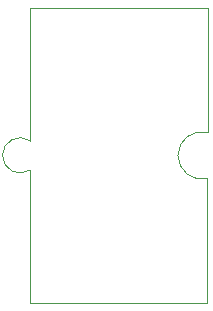
<source format=gm1>
G04 #@! TF.GenerationSoftware,KiCad,Pcbnew,5.1.10-88a1d61d58~90~ubuntu20.04.1*
G04 #@! TF.CreationDate,2021-10-26T15:29:24+01:00*
G04 #@! TF.ProjectId,IMU,494d552e-6b69-4636-9164-5f7063625858,rev?*
G04 #@! TF.SameCoordinates,Original*
G04 #@! TF.FileFunction,Profile,NP*
%FSLAX46Y46*%
G04 Gerber Fmt 4.6, Leading zero omitted, Abs format (unit mm)*
G04 Created by KiCad (PCBNEW 5.1.10-88a1d61d58~90~ubuntu20.04.1) date 2021-10-26 15:29:24*
%MOMM*%
%LPD*%
G01*
G04 APERTURE LIST*
G04 #@! TA.AperFunction,Profile*
%ADD10C,0.100000*%
G04 #@! TD*
G04 APERTURE END LIST*
D10*
X14979492Y-14445170D02*
G75*
G02*
X15000000Y-10560000I-479492J1945170D01*
G01*
X364Y-13728728D02*
G75*
G02*
X365Y-11271272I-860364J1228728D01*
G01*
X365Y-11271272D02*
X0Y0D01*
X15000000Y-10560000D02*
X15000000Y0D01*
X0Y-25000000D02*
X14994277Y-24995378D01*
X0Y0D02*
X15000000Y0D01*
X364Y-13728728D02*
X0Y-25000000D01*
X14979492Y-14445170D02*
X14994277Y-24995378D01*
M02*

</source>
